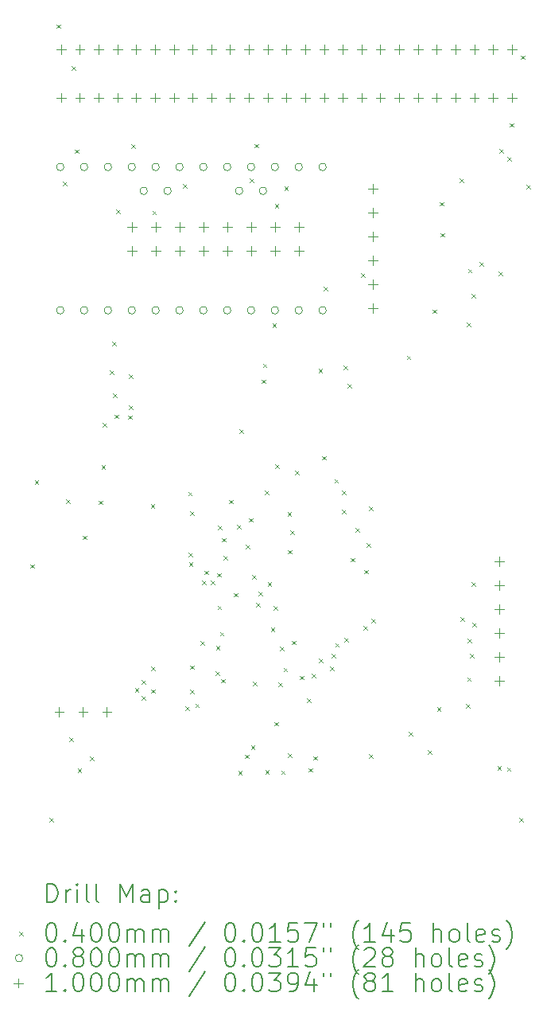
<source format=gbr>
%TF.GenerationSoftware,KiCad,Pcbnew,(6.0.11)*%
%TF.CreationDate,2024-07-24T19:14:16+02:00*%
%TF.ProjectId,tcbm2sd,7463626d-3273-4642-9e6b-696361645f70,1.1*%
%TF.SameCoordinates,Original*%
%TF.FileFunction,Drillmap*%
%TF.FilePolarity,Positive*%
%FSLAX45Y45*%
G04 Gerber Fmt 4.5, Leading zero omitted, Abs format (unit mm)*
G04 Created by KiCad (PCBNEW (6.0.11)) date 2024-07-24 19:14:16*
%MOMM*%
%LPD*%
G01*
G04 APERTURE LIST*
%ADD10C,0.200000*%
%ADD11C,0.040000*%
%ADD12C,0.080000*%
%ADD13C,0.100000*%
G04 APERTURE END LIST*
D10*
D11*
X12125590Y-11767510D02*
X12165590Y-11807510D01*
X12165590Y-11767510D02*
X12125590Y-11807510D01*
X12174030Y-10876830D02*
X12214030Y-10916830D01*
X12214030Y-10876830D02*
X12174030Y-10916830D01*
X12327850Y-14465360D02*
X12367850Y-14505360D01*
X12367850Y-14465360D02*
X12327850Y-14505360D01*
X12406730Y-6027590D02*
X12446730Y-6067590D01*
X12446730Y-6027590D02*
X12406730Y-6067590D01*
X12473930Y-7699640D02*
X12513930Y-7739640D01*
X12513930Y-7699640D02*
X12473930Y-7739640D01*
X12508640Y-11079560D02*
X12548640Y-11119560D01*
X12548640Y-11079560D02*
X12508640Y-11119560D01*
X12541520Y-13611230D02*
X12581520Y-13651230D01*
X12581520Y-13611230D02*
X12541520Y-13651230D01*
X12567640Y-6473330D02*
X12607640Y-6513330D01*
X12607640Y-6473330D02*
X12567640Y-6513330D01*
X12602500Y-7356830D02*
X12642500Y-7396830D01*
X12642500Y-7356830D02*
X12602500Y-7396830D01*
X12630570Y-13942490D02*
X12670570Y-13982490D01*
X12670570Y-13942490D02*
X12630570Y-13982490D01*
X12683660Y-11462780D02*
X12723660Y-11502780D01*
X12723660Y-11462780D02*
X12683660Y-11502780D01*
X12762420Y-13810337D02*
X12802420Y-13850337D01*
X12802420Y-13810337D02*
X12762420Y-13850337D01*
X12856780Y-11090490D02*
X12896780Y-11130490D01*
X12896780Y-11090490D02*
X12856780Y-11130490D01*
X12885810Y-10715820D02*
X12925810Y-10755820D01*
X12925810Y-10715820D02*
X12885810Y-10755820D01*
X12895950Y-10266060D02*
X12935950Y-10306060D01*
X12935950Y-10266060D02*
X12895950Y-10306060D01*
X12973900Y-9704960D02*
X13013900Y-9744960D01*
X13013900Y-9704960D02*
X12973900Y-9744960D01*
X12998630Y-9405020D02*
X13038630Y-9445020D01*
X13038630Y-9405020D02*
X12998630Y-9445020D01*
X13007950Y-9955090D02*
X13047950Y-9995090D01*
X13047950Y-9955090D02*
X13007950Y-9995090D01*
X13026720Y-10176250D02*
X13066720Y-10216250D01*
X13066720Y-10176250D02*
X13026720Y-10216250D01*
X13042750Y-7994500D02*
X13082750Y-8034500D01*
X13082750Y-7994500D02*
X13042750Y-8034500D01*
X13168100Y-10186030D02*
X13208100Y-10226030D01*
X13208100Y-10186030D02*
X13168100Y-10226030D01*
X13176650Y-9749300D02*
X13216650Y-9789300D01*
X13216650Y-9749300D02*
X13176650Y-9789300D01*
X13176940Y-10077510D02*
X13216940Y-10117510D01*
X13216940Y-10077510D02*
X13176940Y-10117510D01*
X13204220Y-7299690D02*
X13244220Y-7339690D01*
X13244220Y-7299690D02*
X13204220Y-7339690D01*
X13241940Y-13085420D02*
X13281940Y-13125420D01*
X13281940Y-13085420D02*
X13241940Y-13125420D01*
X13310330Y-13171790D02*
X13350330Y-13211790D01*
X13350330Y-13171790D02*
X13310330Y-13211790D01*
X13312400Y-13002460D02*
X13352400Y-13042460D01*
X13352400Y-13002460D02*
X13312400Y-13042460D01*
X13410920Y-11129600D02*
X13450920Y-11169600D01*
X13450920Y-11129600D02*
X13410920Y-11169600D01*
X13413030Y-12853770D02*
X13453030Y-12893770D01*
X13453030Y-12853770D02*
X13413030Y-12893770D01*
X13414000Y-13097010D02*
X13454000Y-13137010D01*
X13454000Y-13097010D02*
X13414000Y-13137010D01*
X13427130Y-8008890D02*
X13467130Y-8048890D01*
X13467130Y-8008890D02*
X13427130Y-8048890D01*
X13756270Y-7723070D02*
X13796270Y-7763070D01*
X13796270Y-7723070D02*
X13756270Y-7763070D01*
X13775900Y-13277250D02*
X13815900Y-13317250D01*
X13815900Y-13277250D02*
X13775900Y-13317250D01*
X13807380Y-10997590D02*
X13847380Y-11037590D01*
X13847380Y-10997590D02*
X13807380Y-11037590D01*
X13814890Y-11645820D02*
X13854890Y-11685820D01*
X13854890Y-11645820D02*
X13814890Y-11685820D01*
X13817710Y-11748220D02*
X13857710Y-11788220D01*
X13857710Y-11748220D02*
X13817710Y-11788220D01*
X13826450Y-11205630D02*
X13866450Y-11245630D01*
X13866450Y-11205630D02*
X13826450Y-11245630D01*
X13832010Y-12844560D02*
X13872010Y-12884560D01*
X13872010Y-12844560D02*
X13832010Y-12884560D01*
X13832010Y-13100900D02*
X13872010Y-13140900D01*
X13872010Y-13100900D02*
X13832010Y-13140900D01*
X13884070Y-13251140D02*
X13924070Y-13291140D01*
X13924070Y-13251140D02*
X13884070Y-13291140D01*
X13941620Y-12584360D02*
X13981620Y-12624360D01*
X13981620Y-12584360D02*
X13941620Y-12624360D01*
X13956580Y-11942780D02*
X13996580Y-11982780D01*
X13996580Y-11942780D02*
X13956580Y-11982780D01*
X13979920Y-11835340D02*
X14019920Y-11875340D01*
X14019920Y-11835340D02*
X13979920Y-11875340D01*
X14052020Y-11944180D02*
X14092020Y-11984180D01*
X14092020Y-11944180D02*
X14052020Y-11984180D01*
X14100830Y-12910040D02*
X14140830Y-12950040D01*
X14140830Y-12910040D02*
X14100830Y-12950040D01*
X14105530Y-12634260D02*
X14145530Y-12674260D01*
X14145530Y-12634260D02*
X14105530Y-12674260D01*
X14115790Y-11861590D02*
X14155790Y-11901590D01*
X14155790Y-11861590D02*
X14115790Y-11901590D01*
X14121430Y-12208240D02*
X14161430Y-12248240D01*
X14161430Y-12208240D02*
X14121430Y-12248240D01*
X14126150Y-11356810D02*
X14166150Y-11396810D01*
X14166150Y-11356810D02*
X14126150Y-11396810D01*
X14145950Y-12488960D02*
X14185950Y-12528960D01*
X14185950Y-12488960D02*
X14145950Y-12528960D01*
X14157760Y-12988080D02*
X14197760Y-13028080D01*
X14197760Y-12988080D02*
X14157760Y-13028080D01*
X14167010Y-11488420D02*
X14207010Y-11528420D01*
X14207010Y-11488420D02*
X14167010Y-11528420D01*
X14185660Y-11677420D02*
X14225660Y-11717420D01*
X14225660Y-11677420D02*
X14185660Y-11717420D01*
X14243600Y-11081700D02*
X14283600Y-11121700D01*
X14283600Y-11081700D02*
X14243600Y-11121700D01*
X14295930Y-12072560D02*
X14335930Y-12112560D01*
X14335930Y-12072560D02*
X14295930Y-12112560D01*
X14328840Y-11351840D02*
X14368840Y-11391840D01*
X14368840Y-11351840D02*
X14328840Y-11391840D01*
X14342760Y-13966890D02*
X14382760Y-14006890D01*
X14382760Y-13966890D02*
X14342760Y-14006890D01*
X14351820Y-10331100D02*
X14391820Y-10371100D01*
X14391820Y-10331100D02*
X14351820Y-10371100D01*
X14413830Y-13791870D02*
X14453830Y-13831870D01*
X14453830Y-13791870D02*
X14413830Y-13831870D01*
X14424170Y-11561600D02*
X14464170Y-11601600D01*
X14464170Y-11561600D02*
X14424170Y-11601600D01*
X14453910Y-11276340D02*
X14493910Y-11316340D01*
X14493910Y-11276340D02*
X14453910Y-11316340D01*
X14467070Y-7665150D02*
X14507070Y-7705150D01*
X14507070Y-7665150D02*
X14467070Y-7705150D01*
X14477240Y-13692940D02*
X14517240Y-13732940D01*
X14517240Y-13692940D02*
X14477240Y-13732940D01*
X14491220Y-11880760D02*
X14531220Y-11920760D01*
X14531220Y-11880760D02*
X14491220Y-11920760D01*
X14498220Y-13016310D02*
X14538220Y-13056310D01*
X14538220Y-13016310D02*
X14498220Y-13056310D01*
X14516720Y-7298530D02*
X14556720Y-7338530D01*
X14556720Y-7298530D02*
X14516720Y-7338530D01*
X14534030Y-12177640D02*
X14574030Y-12217640D01*
X14574030Y-12177640D02*
X14534030Y-12217640D01*
X14559480Y-12059180D02*
X14599480Y-12099180D01*
X14599480Y-12059180D02*
X14559480Y-12099180D01*
X14590450Y-9805300D02*
X14630450Y-9845300D01*
X14630450Y-9805300D02*
X14590450Y-9845300D01*
X14603750Y-9634700D02*
X14643750Y-9674700D01*
X14643750Y-9634700D02*
X14603750Y-9674700D01*
X14624360Y-10984120D02*
X14664360Y-11024120D01*
X14664360Y-10984120D02*
X14624360Y-11024120D01*
X14630200Y-13959310D02*
X14670200Y-13999310D01*
X14670200Y-13959310D02*
X14630200Y-13999310D01*
X14654280Y-11959620D02*
X14694280Y-11999620D01*
X14694280Y-11959620D02*
X14654280Y-11999620D01*
X14688750Y-12442080D02*
X14728750Y-12482080D01*
X14728750Y-12442080D02*
X14688750Y-12482080D01*
X14704630Y-9209570D02*
X14744630Y-9249570D01*
X14744630Y-9209570D02*
X14704630Y-9249570D01*
X14718050Y-12212400D02*
X14758050Y-12252400D01*
X14758050Y-12212400D02*
X14718050Y-12252400D01*
X14729970Y-13445830D02*
X14769970Y-13485830D01*
X14769970Y-13445830D02*
X14729970Y-13485830D01*
X14730250Y-7938000D02*
X14770250Y-7978000D01*
X14770250Y-7938000D02*
X14730250Y-7978000D01*
X14732920Y-10707070D02*
X14772920Y-10747070D01*
X14772920Y-10707070D02*
X14732920Y-10747070D01*
X14766980Y-13025070D02*
X14806980Y-13065070D01*
X14806980Y-13025070D02*
X14766980Y-13065070D01*
X14784650Y-12646340D02*
X14824650Y-12686340D01*
X14824650Y-12646340D02*
X14784650Y-12686340D01*
X14798990Y-13962580D02*
X14838990Y-14002580D01*
X14838990Y-13962580D02*
X14798990Y-14002580D01*
X14823210Y-12869590D02*
X14863210Y-12909590D01*
X14863210Y-12869590D02*
X14823210Y-12909590D01*
X14832170Y-7751280D02*
X14872170Y-7791280D01*
X14872170Y-7751280D02*
X14832170Y-7791280D01*
X14866400Y-11214740D02*
X14906400Y-11254740D01*
X14906400Y-11214740D02*
X14866400Y-11254740D01*
X14869230Y-13781120D02*
X14909230Y-13821120D01*
X14909230Y-13781120D02*
X14869230Y-13821120D01*
X14872210Y-11615850D02*
X14912210Y-11655850D01*
X14912210Y-11615850D02*
X14872210Y-11655850D01*
X14898720Y-11407110D02*
X14938720Y-11447110D01*
X14938720Y-11407110D02*
X14898720Y-11447110D01*
X14912490Y-12582030D02*
X14952490Y-12622030D01*
X14952490Y-12582030D02*
X14912490Y-12622030D01*
X14945570Y-10773330D02*
X14985570Y-10813330D01*
X14985570Y-10773330D02*
X14945570Y-10813330D01*
X14998290Y-12954460D02*
X15038290Y-12994460D01*
X15038290Y-12954460D02*
X14998290Y-12994460D01*
X15075990Y-13194930D02*
X15115990Y-13234930D01*
X15115990Y-13194930D02*
X15075990Y-13234930D01*
X15094020Y-13936110D02*
X15134020Y-13976110D01*
X15134020Y-13936110D02*
X15094020Y-13976110D01*
X15123960Y-12934890D02*
X15163960Y-12974890D01*
X15163960Y-12934890D02*
X15123960Y-12974890D01*
X15138790Y-13808200D02*
X15178790Y-13848200D01*
X15178790Y-13808200D02*
X15138790Y-13848200D01*
X15197630Y-9687240D02*
X15237630Y-9727240D01*
X15237630Y-9687240D02*
X15197630Y-9727240D01*
X15199410Y-12770030D02*
X15239410Y-12810030D01*
X15239410Y-12770030D02*
X15199410Y-12810030D01*
X15234840Y-10618030D02*
X15274840Y-10658030D01*
X15274840Y-10618030D02*
X15234840Y-10658030D01*
X15254170Y-8815180D02*
X15294170Y-8855180D01*
X15294170Y-8815180D02*
X15254170Y-8855180D01*
X15318290Y-12855890D02*
X15358290Y-12895890D01*
X15358290Y-12855890D02*
X15318290Y-12895890D01*
X15335280Y-12723350D02*
X15375280Y-12763350D01*
X15375280Y-12723350D02*
X15335280Y-12763350D01*
X15366300Y-10863350D02*
X15406300Y-10903350D01*
X15406300Y-10863350D02*
X15366300Y-10903350D01*
X15374280Y-12606940D02*
X15414280Y-12646940D01*
X15414280Y-12606940D02*
X15374280Y-12646940D01*
X15444650Y-10984590D02*
X15484650Y-11024590D01*
X15484650Y-10984590D02*
X15444650Y-11024590D01*
X15447160Y-11191140D02*
X15487160Y-11231140D01*
X15487160Y-11191140D02*
X15447160Y-11231140D01*
X15465800Y-9658290D02*
X15505800Y-9698290D01*
X15505800Y-9658290D02*
X15465800Y-9698290D01*
X15469970Y-12551420D02*
X15509970Y-12591420D01*
X15509970Y-12551420D02*
X15469970Y-12591420D01*
X15508150Y-9852350D02*
X15548150Y-9892350D01*
X15548150Y-9852350D02*
X15508150Y-9892350D01*
X15537230Y-11701550D02*
X15577230Y-11741550D01*
X15577230Y-11701550D02*
X15537230Y-11741550D01*
X15590300Y-11383820D02*
X15630300Y-11423820D01*
X15630300Y-11383820D02*
X15590300Y-11423820D01*
X15647520Y-8673100D02*
X15687520Y-8713100D01*
X15687520Y-8673100D02*
X15647520Y-8713100D01*
X15676970Y-12427450D02*
X15716970Y-12467450D01*
X15716970Y-12427450D02*
X15676970Y-12467450D01*
X15682310Y-11828500D02*
X15722310Y-11868500D01*
X15722310Y-11828500D02*
X15682310Y-11868500D01*
X15706960Y-11543350D02*
X15746960Y-11583350D01*
X15746960Y-11543350D02*
X15706960Y-11583350D01*
X15733290Y-13789280D02*
X15773290Y-13829280D01*
X15773290Y-13789280D02*
X15733290Y-13829280D01*
X15737450Y-11157680D02*
X15777450Y-11197680D01*
X15777450Y-11157680D02*
X15737450Y-11197680D01*
X15761000Y-12347750D02*
X15801000Y-12387750D01*
X15801000Y-12347750D02*
X15761000Y-12387750D01*
X16137570Y-9550720D02*
X16177570Y-9590720D01*
X16177570Y-9550720D02*
X16137570Y-9590720D01*
X16158470Y-13552990D02*
X16198470Y-13592990D01*
X16198470Y-13552990D02*
X16158470Y-13592990D01*
X16362050Y-13743460D02*
X16402050Y-13783460D01*
X16402050Y-13743460D02*
X16362050Y-13783460D01*
X16411030Y-9060160D02*
X16451030Y-9100160D01*
X16451030Y-9060160D02*
X16411030Y-9100160D01*
X16457330Y-13287870D02*
X16497330Y-13327870D01*
X16497330Y-13287870D02*
X16457330Y-13327870D01*
X16487620Y-7916910D02*
X16527620Y-7956910D01*
X16527620Y-7916910D02*
X16487620Y-7956910D01*
X16496570Y-8246820D02*
X16536570Y-8286820D01*
X16536570Y-8246820D02*
X16496570Y-8286820D01*
X16699950Y-7665720D02*
X16739950Y-7705720D01*
X16739950Y-7665720D02*
X16699950Y-7705720D01*
X16709290Y-12329090D02*
X16749290Y-12369090D01*
X16749290Y-12329090D02*
X16709290Y-12369090D01*
X16766710Y-13256010D02*
X16806710Y-13296010D01*
X16806710Y-13256010D02*
X16766710Y-13296010D01*
X16776330Y-9198720D02*
X16816330Y-9238720D01*
X16816330Y-9198720D02*
X16776330Y-9238720D01*
X16780050Y-12971240D02*
X16820050Y-13011240D01*
X16820050Y-12971240D02*
X16780050Y-13011240D01*
X16787190Y-12560550D02*
X16827190Y-12600550D01*
X16827190Y-12560550D02*
X16787190Y-12600550D01*
X16787870Y-8626670D02*
X16827870Y-8666670D01*
X16827870Y-8626670D02*
X16787870Y-8666670D01*
X16810670Y-12719660D02*
X16850670Y-12759660D01*
X16850670Y-12719660D02*
X16810670Y-12759660D01*
X16825820Y-11956190D02*
X16865820Y-11996190D01*
X16865820Y-11956190D02*
X16825820Y-11996190D01*
X16828300Y-8896290D02*
X16868300Y-8936290D01*
X16868300Y-8896290D02*
X16828300Y-8936290D01*
X16832260Y-12392620D02*
X16872260Y-12432620D01*
X16872260Y-12392620D02*
X16832260Y-12432620D01*
X16911730Y-8558370D02*
X16951730Y-8598370D01*
X16951730Y-8558370D02*
X16911730Y-8598370D01*
X17101050Y-13912720D02*
X17141050Y-13952720D01*
X17141050Y-13912720D02*
X17101050Y-13952720D01*
X17114490Y-8655030D02*
X17154490Y-8695030D01*
X17154490Y-8655030D02*
X17114490Y-8695030D01*
X17125440Y-7351740D02*
X17165440Y-7391740D01*
X17165440Y-7351740D02*
X17125440Y-7391740D01*
X17203110Y-13927250D02*
X17243110Y-13967250D01*
X17243110Y-13927250D02*
X17203110Y-13967250D01*
X17206670Y-7440250D02*
X17246670Y-7480250D01*
X17246670Y-7440250D02*
X17206670Y-7480250D01*
X17232310Y-7077750D02*
X17272310Y-7117750D01*
X17272310Y-7077750D02*
X17232310Y-7117750D01*
X17332370Y-14465360D02*
X17372370Y-14505360D01*
X17372370Y-14465360D02*
X17332370Y-14505360D01*
X17350850Y-6357920D02*
X17390850Y-6397920D01*
X17390850Y-6357920D02*
X17350850Y-6397920D01*
X17411860Y-7733830D02*
X17451860Y-7773830D01*
X17451860Y-7733830D02*
X17411860Y-7773830D01*
D12*
X12486000Y-7543800D02*
G75*
G03*
X12486000Y-7543800I-40000J0D01*
G01*
X12486000Y-9067800D02*
G75*
G03*
X12486000Y-9067800I-40000J0D01*
G01*
X12740000Y-7543800D02*
G75*
G03*
X12740000Y-7543800I-40000J0D01*
G01*
X12740000Y-9067800D02*
G75*
G03*
X12740000Y-9067800I-40000J0D01*
G01*
X12994000Y-7543800D02*
G75*
G03*
X12994000Y-7543800I-40000J0D01*
G01*
X12994000Y-9067800D02*
G75*
G03*
X12994000Y-9067800I-40000J0D01*
G01*
X13248000Y-7543800D02*
G75*
G03*
X13248000Y-7543800I-40000J0D01*
G01*
X13248000Y-9067800D02*
G75*
G03*
X13248000Y-9067800I-40000J0D01*
G01*
X13375000Y-7797800D02*
G75*
G03*
X13375000Y-7797800I-40000J0D01*
G01*
X13502000Y-7543800D02*
G75*
G03*
X13502000Y-7543800I-40000J0D01*
G01*
X13502000Y-9067800D02*
G75*
G03*
X13502000Y-9067800I-40000J0D01*
G01*
X13629000Y-7797800D02*
G75*
G03*
X13629000Y-7797800I-40000J0D01*
G01*
X13756000Y-7543800D02*
G75*
G03*
X13756000Y-7543800I-40000J0D01*
G01*
X13756000Y-9067800D02*
G75*
G03*
X13756000Y-9067800I-40000J0D01*
G01*
X14010000Y-7543800D02*
G75*
G03*
X14010000Y-7543800I-40000J0D01*
G01*
X14010000Y-9067800D02*
G75*
G03*
X14010000Y-9067800I-40000J0D01*
G01*
X14264000Y-7543800D02*
G75*
G03*
X14264000Y-7543800I-40000J0D01*
G01*
X14264000Y-9067800D02*
G75*
G03*
X14264000Y-9067800I-40000J0D01*
G01*
X14391000Y-7797800D02*
G75*
G03*
X14391000Y-7797800I-40000J0D01*
G01*
X14518000Y-7543800D02*
G75*
G03*
X14518000Y-7543800I-40000J0D01*
G01*
X14518000Y-9067800D02*
G75*
G03*
X14518000Y-9067800I-40000J0D01*
G01*
X14645000Y-7797800D02*
G75*
G03*
X14645000Y-7797800I-40000J0D01*
G01*
X14772000Y-7543800D02*
G75*
G03*
X14772000Y-7543800I-40000J0D01*
G01*
X14772000Y-9067800D02*
G75*
G03*
X14772000Y-9067800I-40000J0D01*
G01*
X15026000Y-7543800D02*
G75*
G03*
X15026000Y-7543800I-40000J0D01*
G01*
X15026000Y-9067800D02*
G75*
G03*
X15026000Y-9067800I-40000J0D01*
G01*
X15280000Y-7543800D02*
G75*
G03*
X15280000Y-7543800I-40000J0D01*
G01*
X15280000Y-9067800D02*
G75*
G03*
X15280000Y-9067800I-40000J0D01*
G01*
D13*
X12434800Y-13285130D02*
X12434800Y-13385130D01*
X12384800Y-13335130D02*
X12484800Y-13335130D01*
X12455600Y-6246600D02*
X12455600Y-6346600D01*
X12405600Y-6296600D02*
X12505600Y-6296600D01*
X12455600Y-6756600D02*
X12455600Y-6856600D01*
X12405600Y-6806600D02*
X12505600Y-6806600D01*
X12655600Y-6246600D02*
X12655600Y-6346600D01*
X12605600Y-6296600D02*
X12705600Y-6296600D01*
X12655600Y-6756600D02*
X12655600Y-6856600D01*
X12605600Y-6806600D02*
X12705600Y-6806600D01*
X12688800Y-13285130D02*
X12688800Y-13385130D01*
X12638800Y-13335130D02*
X12738800Y-13335130D01*
X12855600Y-6246600D02*
X12855600Y-6346600D01*
X12805600Y-6296600D02*
X12905600Y-6296600D01*
X12855600Y-6756600D02*
X12855600Y-6856600D01*
X12805600Y-6806600D02*
X12905600Y-6806600D01*
X12942800Y-13285130D02*
X12942800Y-13385130D01*
X12892800Y-13335130D02*
X12992800Y-13335130D01*
X13055600Y-6246600D02*
X13055600Y-6346600D01*
X13005600Y-6296600D02*
X13105600Y-6296600D01*
X13055600Y-6756600D02*
X13055600Y-6856600D01*
X13005600Y-6806600D02*
X13105600Y-6806600D01*
X13209500Y-8129300D02*
X13209500Y-8229300D01*
X13159500Y-8179300D02*
X13259500Y-8179300D01*
X13209500Y-8383300D02*
X13209500Y-8483300D01*
X13159500Y-8433300D02*
X13259500Y-8433300D01*
X13255600Y-6246600D02*
X13255600Y-6346600D01*
X13205600Y-6296600D02*
X13305600Y-6296600D01*
X13255600Y-6756600D02*
X13255600Y-6856600D01*
X13205600Y-6806600D02*
X13305600Y-6806600D01*
X13455600Y-6246600D02*
X13455600Y-6346600D01*
X13405600Y-6296600D02*
X13505600Y-6296600D01*
X13455600Y-6756600D02*
X13455600Y-6856600D01*
X13405600Y-6806600D02*
X13505600Y-6806600D01*
X13463500Y-8129300D02*
X13463500Y-8229300D01*
X13413500Y-8179300D02*
X13513500Y-8179300D01*
X13463500Y-8383300D02*
X13463500Y-8483300D01*
X13413500Y-8433300D02*
X13513500Y-8433300D01*
X13655600Y-6246600D02*
X13655600Y-6346600D01*
X13605600Y-6296600D02*
X13705600Y-6296600D01*
X13655600Y-6756600D02*
X13655600Y-6856600D01*
X13605600Y-6806600D02*
X13705600Y-6806600D01*
X13717500Y-8129300D02*
X13717500Y-8229300D01*
X13667500Y-8179300D02*
X13767500Y-8179300D01*
X13717500Y-8383300D02*
X13717500Y-8483300D01*
X13667500Y-8433300D02*
X13767500Y-8433300D01*
X13855600Y-6246600D02*
X13855600Y-6346600D01*
X13805600Y-6296600D02*
X13905600Y-6296600D01*
X13855600Y-6756600D02*
X13855600Y-6856600D01*
X13805600Y-6806600D02*
X13905600Y-6806600D01*
X13971500Y-8129300D02*
X13971500Y-8229300D01*
X13921500Y-8179300D02*
X14021500Y-8179300D01*
X13971500Y-8383300D02*
X13971500Y-8483300D01*
X13921500Y-8433300D02*
X14021500Y-8433300D01*
X14055600Y-6246600D02*
X14055600Y-6346600D01*
X14005600Y-6296600D02*
X14105600Y-6296600D01*
X14055600Y-6756600D02*
X14055600Y-6856600D01*
X14005600Y-6806600D02*
X14105600Y-6806600D01*
X14225500Y-8129300D02*
X14225500Y-8229300D01*
X14175500Y-8179300D02*
X14275500Y-8179300D01*
X14225500Y-8383300D02*
X14225500Y-8483300D01*
X14175500Y-8433300D02*
X14275500Y-8433300D01*
X14255600Y-6246600D02*
X14255600Y-6346600D01*
X14205600Y-6296600D02*
X14305600Y-6296600D01*
X14255600Y-6756600D02*
X14255600Y-6856600D01*
X14205600Y-6806600D02*
X14305600Y-6806600D01*
X14455600Y-6246600D02*
X14455600Y-6346600D01*
X14405600Y-6296600D02*
X14505600Y-6296600D01*
X14455600Y-6756600D02*
X14455600Y-6856600D01*
X14405600Y-6806600D02*
X14505600Y-6806600D01*
X14479500Y-8129300D02*
X14479500Y-8229300D01*
X14429500Y-8179300D02*
X14529500Y-8179300D01*
X14479500Y-8383300D02*
X14479500Y-8483300D01*
X14429500Y-8433300D02*
X14529500Y-8433300D01*
X14655600Y-6246600D02*
X14655600Y-6346600D01*
X14605600Y-6296600D02*
X14705600Y-6296600D01*
X14655600Y-6756600D02*
X14655600Y-6856600D01*
X14605600Y-6806600D02*
X14705600Y-6806600D01*
X14733500Y-8129300D02*
X14733500Y-8229300D01*
X14683500Y-8179300D02*
X14783500Y-8179300D01*
X14733500Y-8383300D02*
X14733500Y-8483300D01*
X14683500Y-8433300D02*
X14783500Y-8433300D01*
X14855600Y-6246600D02*
X14855600Y-6346600D01*
X14805600Y-6296600D02*
X14905600Y-6296600D01*
X14855600Y-6756600D02*
X14855600Y-6856600D01*
X14805600Y-6806600D02*
X14905600Y-6806600D01*
X14987500Y-8129300D02*
X14987500Y-8229300D01*
X14937500Y-8179300D02*
X15037500Y-8179300D01*
X14987500Y-8383300D02*
X14987500Y-8483300D01*
X14937500Y-8433300D02*
X15037500Y-8433300D01*
X15055600Y-6246600D02*
X15055600Y-6346600D01*
X15005600Y-6296600D02*
X15105600Y-6296600D01*
X15055600Y-6756600D02*
X15055600Y-6856600D01*
X15005600Y-6806600D02*
X15105600Y-6806600D01*
X15255600Y-6246600D02*
X15255600Y-6346600D01*
X15205600Y-6296600D02*
X15305600Y-6296600D01*
X15255600Y-6756600D02*
X15255600Y-6856600D01*
X15205600Y-6806600D02*
X15305600Y-6806600D01*
X15455600Y-6246600D02*
X15455600Y-6346600D01*
X15405600Y-6296600D02*
X15505600Y-6296600D01*
X15455600Y-6756600D02*
X15455600Y-6856600D01*
X15405600Y-6806600D02*
X15505600Y-6806600D01*
X15655600Y-6246600D02*
X15655600Y-6346600D01*
X15605600Y-6296600D02*
X15705600Y-6296600D01*
X15655600Y-6756600D02*
X15655600Y-6856600D01*
X15605600Y-6806600D02*
X15705600Y-6806600D01*
X15773400Y-7722400D02*
X15773400Y-7822400D01*
X15723400Y-7772400D02*
X15823400Y-7772400D01*
X15773400Y-7976400D02*
X15773400Y-8076400D01*
X15723400Y-8026400D02*
X15823400Y-8026400D01*
X15773400Y-8230400D02*
X15773400Y-8330400D01*
X15723400Y-8280400D02*
X15823400Y-8280400D01*
X15773400Y-8484400D02*
X15773400Y-8584400D01*
X15723400Y-8534400D02*
X15823400Y-8534400D01*
X15773400Y-8738400D02*
X15773400Y-8838400D01*
X15723400Y-8788400D02*
X15823400Y-8788400D01*
X15773400Y-8992400D02*
X15773400Y-9092400D01*
X15723400Y-9042400D02*
X15823400Y-9042400D01*
X15855600Y-6246600D02*
X15855600Y-6346600D01*
X15805600Y-6296600D02*
X15905600Y-6296600D01*
X15855600Y-6756600D02*
X15855600Y-6856600D01*
X15805600Y-6806600D02*
X15905600Y-6806600D01*
X16055600Y-6246600D02*
X16055600Y-6346600D01*
X16005600Y-6296600D02*
X16105600Y-6296600D01*
X16055600Y-6756600D02*
X16055600Y-6856600D01*
X16005600Y-6806600D02*
X16105600Y-6806600D01*
X16255600Y-6246600D02*
X16255600Y-6346600D01*
X16205600Y-6296600D02*
X16305600Y-6296600D01*
X16255600Y-6756600D02*
X16255600Y-6856600D01*
X16205600Y-6806600D02*
X16305600Y-6806600D01*
X16455600Y-6246600D02*
X16455600Y-6346600D01*
X16405600Y-6296600D02*
X16505600Y-6296600D01*
X16455600Y-6756600D02*
X16455600Y-6856600D01*
X16405600Y-6806600D02*
X16505600Y-6806600D01*
X16655600Y-6246600D02*
X16655600Y-6346600D01*
X16605600Y-6296600D02*
X16705600Y-6296600D01*
X16655600Y-6756600D02*
X16655600Y-6856600D01*
X16605600Y-6806600D02*
X16705600Y-6806600D01*
X16855600Y-6246600D02*
X16855600Y-6346600D01*
X16805600Y-6296600D02*
X16905600Y-6296600D01*
X16855600Y-6756600D02*
X16855600Y-6856600D01*
X16805600Y-6806600D02*
X16905600Y-6806600D01*
X17055600Y-6246600D02*
X17055600Y-6346600D01*
X17005600Y-6296600D02*
X17105600Y-6296600D01*
X17055600Y-6756600D02*
X17055600Y-6856600D01*
X17005600Y-6806600D02*
X17105600Y-6806600D01*
X17119600Y-11684800D02*
X17119600Y-11784800D01*
X17069600Y-11734800D02*
X17169600Y-11734800D01*
X17119600Y-11938800D02*
X17119600Y-12038800D01*
X17069600Y-11988800D02*
X17169600Y-11988800D01*
X17119600Y-12192800D02*
X17119600Y-12292800D01*
X17069600Y-12242800D02*
X17169600Y-12242800D01*
X17119600Y-12446800D02*
X17119600Y-12546800D01*
X17069600Y-12496800D02*
X17169600Y-12496800D01*
X17119600Y-12700800D02*
X17119600Y-12800800D01*
X17069600Y-12750800D02*
X17169600Y-12750800D01*
X17119600Y-12954800D02*
X17119600Y-13054800D01*
X17069600Y-13004800D02*
X17169600Y-13004800D01*
X17255600Y-6246600D02*
X17255600Y-6346600D01*
X17205600Y-6296600D02*
X17305600Y-6296600D01*
X17255600Y-6756600D02*
X17255600Y-6856600D01*
X17205600Y-6806600D02*
X17305600Y-6806600D01*
D10*
X12305229Y-15363336D02*
X12305229Y-15163336D01*
X12352848Y-15163336D01*
X12381419Y-15172860D01*
X12400467Y-15191908D01*
X12409991Y-15210955D01*
X12419515Y-15249050D01*
X12419515Y-15277622D01*
X12409991Y-15315717D01*
X12400467Y-15334765D01*
X12381419Y-15353812D01*
X12352848Y-15363336D01*
X12305229Y-15363336D01*
X12505229Y-15363336D02*
X12505229Y-15230003D01*
X12505229Y-15268098D02*
X12514753Y-15249050D01*
X12524277Y-15239527D01*
X12543324Y-15230003D01*
X12562372Y-15230003D01*
X12629038Y-15363336D02*
X12629038Y-15230003D01*
X12629038Y-15163336D02*
X12619515Y-15172860D01*
X12629038Y-15182384D01*
X12638562Y-15172860D01*
X12629038Y-15163336D01*
X12629038Y-15182384D01*
X12752848Y-15363336D02*
X12733800Y-15353812D01*
X12724277Y-15334765D01*
X12724277Y-15163336D01*
X12857610Y-15363336D02*
X12838562Y-15353812D01*
X12829038Y-15334765D01*
X12829038Y-15163336D01*
X13086181Y-15363336D02*
X13086181Y-15163336D01*
X13152848Y-15306193D01*
X13219515Y-15163336D01*
X13219515Y-15363336D01*
X13400467Y-15363336D02*
X13400467Y-15258574D01*
X13390943Y-15239527D01*
X13371896Y-15230003D01*
X13333800Y-15230003D01*
X13314753Y-15239527D01*
X13400467Y-15353812D02*
X13381419Y-15363336D01*
X13333800Y-15363336D01*
X13314753Y-15353812D01*
X13305229Y-15334765D01*
X13305229Y-15315717D01*
X13314753Y-15296669D01*
X13333800Y-15287146D01*
X13381419Y-15287146D01*
X13400467Y-15277622D01*
X13495705Y-15230003D02*
X13495705Y-15430003D01*
X13495705Y-15239527D02*
X13514753Y-15230003D01*
X13552848Y-15230003D01*
X13571896Y-15239527D01*
X13581419Y-15249050D01*
X13590943Y-15268098D01*
X13590943Y-15325241D01*
X13581419Y-15344288D01*
X13571896Y-15353812D01*
X13552848Y-15363336D01*
X13514753Y-15363336D01*
X13495705Y-15353812D01*
X13676658Y-15344288D02*
X13686181Y-15353812D01*
X13676658Y-15363336D01*
X13667134Y-15353812D01*
X13676658Y-15344288D01*
X13676658Y-15363336D01*
X13676658Y-15239527D02*
X13686181Y-15249050D01*
X13676658Y-15258574D01*
X13667134Y-15249050D01*
X13676658Y-15239527D01*
X13676658Y-15258574D01*
D11*
X12007610Y-15672860D02*
X12047610Y-15712860D01*
X12047610Y-15672860D02*
X12007610Y-15712860D01*
D10*
X12343324Y-15583336D02*
X12362372Y-15583336D01*
X12381419Y-15592860D01*
X12390943Y-15602384D01*
X12400467Y-15621431D01*
X12409991Y-15659527D01*
X12409991Y-15707146D01*
X12400467Y-15745241D01*
X12390943Y-15764288D01*
X12381419Y-15773812D01*
X12362372Y-15783336D01*
X12343324Y-15783336D01*
X12324277Y-15773812D01*
X12314753Y-15764288D01*
X12305229Y-15745241D01*
X12295705Y-15707146D01*
X12295705Y-15659527D01*
X12305229Y-15621431D01*
X12314753Y-15602384D01*
X12324277Y-15592860D01*
X12343324Y-15583336D01*
X12495705Y-15764288D02*
X12505229Y-15773812D01*
X12495705Y-15783336D01*
X12486181Y-15773812D01*
X12495705Y-15764288D01*
X12495705Y-15783336D01*
X12676658Y-15650003D02*
X12676658Y-15783336D01*
X12629038Y-15573812D02*
X12581419Y-15716669D01*
X12705229Y-15716669D01*
X12819515Y-15583336D02*
X12838562Y-15583336D01*
X12857610Y-15592860D01*
X12867134Y-15602384D01*
X12876658Y-15621431D01*
X12886181Y-15659527D01*
X12886181Y-15707146D01*
X12876658Y-15745241D01*
X12867134Y-15764288D01*
X12857610Y-15773812D01*
X12838562Y-15783336D01*
X12819515Y-15783336D01*
X12800467Y-15773812D01*
X12790943Y-15764288D01*
X12781419Y-15745241D01*
X12771896Y-15707146D01*
X12771896Y-15659527D01*
X12781419Y-15621431D01*
X12790943Y-15602384D01*
X12800467Y-15592860D01*
X12819515Y-15583336D01*
X13009991Y-15583336D02*
X13029038Y-15583336D01*
X13048086Y-15592860D01*
X13057610Y-15602384D01*
X13067134Y-15621431D01*
X13076658Y-15659527D01*
X13076658Y-15707146D01*
X13067134Y-15745241D01*
X13057610Y-15764288D01*
X13048086Y-15773812D01*
X13029038Y-15783336D01*
X13009991Y-15783336D01*
X12990943Y-15773812D01*
X12981419Y-15764288D01*
X12971896Y-15745241D01*
X12962372Y-15707146D01*
X12962372Y-15659527D01*
X12971896Y-15621431D01*
X12981419Y-15602384D01*
X12990943Y-15592860D01*
X13009991Y-15583336D01*
X13162372Y-15783336D02*
X13162372Y-15650003D01*
X13162372Y-15669050D02*
X13171896Y-15659527D01*
X13190943Y-15650003D01*
X13219515Y-15650003D01*
X13238562Y-15659527D01*
X13248086Y-15678574D01*
X13248086Y-15783336D01*
X13248086Y-15678574D02*
X13257610Y-15659527D01*
X13276658Y-15650003D01*
X13305229Y-15650003D01*
X13324277Y-15659527D01*
X13333800Y-15678574D01*
X13333800Y-15783336D01*
X13429038Y-15783336D02*
X13429038Y-15650003D01*
X13429038Y-15669050D02*
X13438562Y-15659527D01*
X13457610Y-15650003D01*
X13486181Y-15650003D01*
X13505229Y-15659527D01*
X13514753Y-15678574D01*
X13514753Y-15783336D01*
X13514753Y-15678574D02*
X13524277Y-15659527D01*
X13543324Y-15650003D01*
X13571896Y-15650003D01*
X13590943Y-15659527D01*
X13600467Y-15678574D01*
X13600467Y-15783336D01*
X13990943Y-15573812D02*
X13819515Y-15830955D01*
X14248086Y-15583336D02*
X14267134Y-15583336D01*
X14286181Y-15592860D01*
X14295705Y-15602384D01*
X14305229Y-15621431D01*
X14314753Y-15659527D01*
X14314753Y-15707146D01*
X14305229Y-15745241D01*
X14295705Y-15764288D01*
X14286181Y-15773812D01*
X14267134Y-15783336D01*
X14248086Y-15783336D01*
X14229038Y-15773812D01*
X14219515Y-15764288D01*
X14209991Y-15745241D01*
X14200467Y-15707146D01*
X14200467Y-15659527D01*
X14209991Y-15621431D01*
X14219515Y-15602384D01*
X14229038Y-15592860D01*
X14248086Y-15583336D01*
X14400467Y-15764288D02*
X14409991Y-15773812D01*
X14400467Y-15783336D01*
X14390943Y-15773812D01*
X14400467Y-15764288D01*
X14400467Y-15783336D01*
X14533800Y-15583336D02*
X14552848Y-15583336D01*
X14571896Y-15592860D01*
X14581419Y-15602384D01*
X14590943Y-15621431D01*
X14600467Y-15659527D01*
X14600467Y-15707146D01*
X14590943Y-15745241D01*
X14581419Y-15764288D01*
X14571896Y-15773812D01*
X14552848Y-15783336D01*
X14533800Y-15783336D01*
X14514753Y-15773812D01*
X14505229Y-15764288D01*
X14495705Y-15745241D01*
X14486181Y-15707146D01*
X14486181Y-15659527D01*
X14495705Y-15621431D01*
X14505229Y-15602384D01*
X14514753Y-15592860D01*
X14533800Y-15583336D01*
X14790943Y-15783336D02*
X14676658Y-15783336D01*
X14733800Y-15783336D02*
X14733800Y-15583336D01*
X14714753Y-15611908D01*
X14695705Y-15630955D01*
X14676658Y-15640479D01*
X14971896Y-15583336D02*
X14876658Y-15583336D01*
X14867134Y-15678574D01*
X14876658Y-15669050D01*
X14895705Y-15659527D01*
X14943324Y-15659527D01*
X14962372Y-15669050D01*
X14971896Y-15678574D01*
X14981419Y-15697622D01*
X14981419Y-15745241D01*
X14971896Y-15764288D01*
X14962372Y-15773812D01*
X14943324Y-15783336D01*
X14895705Y-15783336D01*
X14876658Y-15773812D01*
X14867134Y-15764288D01*
X15048086Y-15583336D02*
X15181419Y-15583336D01*
X15095705Y-15783336D01*
X15248086Y-15583336D02*
X15248086Y-15621431D01*
X15324277Y-15583336D02*
X15324277Y-15621431D01*
X15619515Y-15859527D02*
X15609991Y-15850003D01*
X15590943Y-15821431D01*
X15581419Y-15802384D01*
X15571896Y-15773812D01*
X15562372Y-15726193D01*
X15562372Y-15688098D01*
X15571896Y-15640479D01*
X15581419Y-15611908D01*
X15590943Y-15592860D01*
X15609991Y-15564288D01*
X15619515Y-15554765D01*
X15800467Y-15783336D02*
X15686181Y-15783336D01*
X15743324Y-15783336D02*
X15743324Y-15583336D01*
X15724277Y-15611908D01*
X15705229Y-15630955D01*
X15686181Y-15640479D01*
X15971896Y-15650003D02*
X15971896Y-15783336D01*
X15924277Y-15573812D02*
X15876658Y-15716669D01*
X16000467Y-15716669D01*
X16171896Y-15583336D02*
X16076658Y-15583336D01*
X16067134Y-15678574D01*
X16076658Y-15669050D01*
X16095705Y-15659527D01*
X16143324Y-15659527D01*
X16162372Y-15669050D01*
X16171896Y-15678574D01*
X16181419Y-15697622D01*
X16181419Y-15745241D01*
X16171896Y-15764288D01*
X16162372Y-15773812D01*
X16143324Y-15783336D01*
X16095705Y-15783336D01*
X16076658Y-15773812D01*
X16067134Y-15764288D01*
X16419515Y-15783336D02*
X16419515Y-15583336D01*
X16505229Y-15783336D02*
X16505229Y-15678574D01*
X16495705Y-15659527D01*
X16476658Y-15650003D01*
X16448086Y-15650003D01*
X16429038Y-15659527D01*
X16419515Y-15669050D01*
X16629038Y-15783336D02*
X16609991Y-15773812D01*
X16600467Y-15764288D01*
X16590943Y-15745241D01*
X16590943Y-15688098D01*
X16600467Y-15669050D01*
X16609991Y-15659527D01*
X16629038Y-15650003D01*
X16657610Y-15650003D01*
X16676658Y-15659527D01*
X16686181Y-15669050D01*
X16695705Y-15688098D01*
X16695705Y-15745241D01*
X16686181Y-15764288D01*
X16676658Y-15773812D01*
X16657610Y-15783336D01*
X16629038Y-15783336D01*
X16809991Y-15783336D02*
X16790943Y-15773812D01*
X16781420Y-15754765D01*
X16781420Y-15583336D01*
X16962372Y-15773812D02*
X16943324Y-15783336D01*
X16905229Y-15783336D01*
X16886181Y-15773812D01*
X16876658Y-15754765D01*
X16876658Y-15678574D01*
X16886181Y-15659527D01*
X16905229Y-15650003D01*
X16943324Y-15650003D01*
X16962372Y-15659527D01*
X16971896Y-15678574D01*
X16971896Y-15697622D01*
X16876658Y-15716669D01*
X17048086Y-15773812D02*
X17067134Y-15783336D01*
X17105229Y-15783336D01*
X17124277Y-15773812D01*
X17133800Y-15754765D01*
X17133800Y-15745241D01*
X17124277Y-15726193D01*
X17105229Y-15716669D01*
X17076658Y-15716669D01*
X17057610Y-15707146D01*
X17048086Y-15688098D01*
X17048086Y-15678574D01*
X17057610Y-15659527D01*
X17076658Y-15650003D01*
X17105229Y-15650003D01*
X17124277Y-15659527D01*
X17200467Y-15859527D02*
X17209991Y-15850003D01*
X17229039Y-15821431D01*
X17238562Y-15802384D01*
X17248086Y-15773812D01*
X17257610Y-15726193D01*
X17257610Y-15688098D01*
X17248086Y-15640479D01*
X17238562Y-15611908D01*
X17229039Y-15592860D01*
X17209991Y-15564288D01*
X17200467Y-15554765D01*
D12*
X12047610Y-15956860D02*
G75*
G03*
X12047610Y-15956860I-40000J0D01*
G01*
D10*
X12343324Y-15847336D02*
X12362372Y-15847336D01*
X12381419Y-15856860D01*
X12390943Y-15866384D01*
X12400467Y-15885431D01*
X12409991Y-15923527D01*
X12409991Y-15971146D01*
X12400467Y-16009241D01*
X12390943Y-16028288D01*
X12381419Y-16037812D01*
X12362372Y-16047336D01*
X12343324Y-16047336D01*
X12324277Y-16037812D01*
X12314753Y-16028288D01*
X12305229Y-16009241D01*
X12295705Y-15971146D01*
X12295705Y-15923527D01*
X12305229Y-15885431D01*
X12314753Y-15866384D01*
X12324277Y-15856860D01*
X12343324Y-15847336D01*
X12495705Y-16028288D02*
X12505229Y-16037812D01*
X12495705Y-16047336D01*
X12486181Y-16037812D01*
X12495705Y-16028288D01*
X12495705Y-16047336D01*
X12619515Y-15933050D02*
X12600467Y-15923527D01*
X12590943Y-15914003D01*
X12581419Y-15894955D01*
X12581419Y-15885431D01*
X12590943Y-15866384D01*
X12600467Y-15856860D01*
X12619515Y-15847336D01*
X12657610Y-15847336D01*
X12676658Y-15856860D01*
X12686181Y-15866384D01*
X12695705Y-15885431D01*
X12695705Y-15894955D01*
X12686181Y-15914003D01*
X12676658Y-15923527D01*
X12657610Y-15933050D01*
X12619515Y-15933050D01*
X12600467Y-15942574D01*
X12590943Y-15952098D01*
X12581419Y-15971146D01*
X12581419Y-16009241D01*
X12590943Y-16028288D01*
X12600467Y-16037812D01*
X12619515Y-16047336D01*
X12657610Y-16047336D01*
X12676658Y-16037812D01*
X12686181Y-16028288D01*
X12695705Y-16009241D01*
X12695705Y-15971146D01*
X12686181Y-15952098D01*
X12676658Y-15942574D01*
X12657610Y-15933050D01*
X12819515Y-15847336D02*
X12838562Y-15847336D01*
X12857610Y-15856860D01*
X12867134Y-15866384D01*
X12876658Y-15885431D01*
X12886181Y-15923527D01*
X12886181Y-15971146D01*
X12876658Y-16009241D01*
X12867134Y-16028288D01*
X12857610Y-16037812D01*
X12838562Y-16047336D01*
X12819515Y-16047336D01*
X12800467Y-16037812D01*
X12790943Y-16028288D01*
X12781419Y-16009241D01*
X12771896Y-15971146D01*
X12771896Y-15923527D01*
X12781419Y-15885431D01*
X12790943Y-15866384D01*
X12800467Y-15856860D01*
X12819515Y-15847336D01*
X13009991Y-15847336D02*
X13029038Y-15847336D01*
X13048086Y-15856860D01*
X13057610Y-15866384D01*
X13067134Y-15885431D01*
X13076658Y-15923527D01*
X13076658Y-15971146D01*
X13067134Y-16009241D01*
X13057610Y-16028288D01*
X13048086Y-16037812D01*
X13029038Y-16047336D01*
X13009991Y-16047336D01*
X12990943Y-16037812D01*
X12981419Y-16028288D01*
X12971896Y-16009241D01*
X12962372Y-15971146D01*
X12962372Y-15923527D01*
X12971896Y-15885431D01*
X12981419Y-15866384D01*
X12990943Y-15856860D01*
X13009991Y-15847336D01*
X13162372Y-16047336D02*
X13162372Y-15914003D01*
X13162372Y-15933050D02*
X13171896Y-15923527D01*
X13190943Y-15914003D01*
X13219515Y-15914003D01*
X13238562Y-15923527D01*
X13248086Y-15942574D01*
X13248086Y-16047336D01*
X13248086Y-15942574D02*
X13257610Y-15923527D01*
X13276658Y-15914003D01*
X13305229Y-15914003D01*
X13324277Y-15923527D01*
X13333800Y-15942574D01*
X13333800Y-16047336D01*
X13429038Y-16047336D02*
X13429038Y-15914003D01*
X13429038Y-15933050D02*
X13438562Y-15923527D01*
X13457610Y-15914003D01*
X13486181Y-15914003D01*
X13505229Y-15923527D01*
X13514753Y-15942574D01*
X13514753Y-16047336D01*
X13514753Y-15942574D02*
X13524277Y-15923527D01*
X13543324Y-15914003D01*
X13571896Y-15914003D01*
X13590943Y-15923527D01*
X13600467Y-15942574D01*
X13600467Y-16047336D01*
X13990943Y-15837812D02*
X13819515Y-16094955D01*
X14248086Y-15847336D02*
X14267134Y-15847336D01*
X14286181Y-15856860D01*
X14295705Y-15866384D01*
X14305229Y-15885431D01*
X14314753Y-15923527D01*
X14314753Y-15971146D01*
X14305229Y-16009241D01*
X14295705Y-16028288D01*
X14286181Y-16037812D01*
X14267134Y-16047336D01*
X14248086Y-16047336D01*
X14229038Y-16037812D01*
X14219515Y-16028288D01*
X14209991Y-16009241D01*
X14200467Y-15971146D01*
X14200467Y-15923527D01*
X14209991Y-15885431D01*
X14219515Y-15866384D01*
X14229038Y-15856860D01*
X14248086Y-15847336D01*
X14400467Y-16028288D02*
X14409991Y-16037812D01*
X14400467Y-16047336D01*
X14390943Y-16037812D01*
X14400467Y-16028288D01*
X14400467Y-16047336D01*
X14533800Y-15847336D02*
X14552848Y-15847336D01*
X14571896Y-15856860D01*
X14581419Y-15866384D01*
X14590943Y-15885431D01*
X14600467Y-15923527D01*
X14600467Y-15971146D01*
X14590943Y-16009241D01*
X14581419Y-16028288D01*
X14571896Y-16037812D01*
X14552848Y-16047336D01*
X14533800Y-16047336D01*
X14514753Y-16037812D01*
X14505229Y-16028288D01*
X14495705Y-16009241D01*
X14486181Y-15971146D01*
X14486181Y-15923527D01*
X14495705Y-15885431D01*
X14505229Y-15866384D01*
X14514753Y-15856860D01*
X14533800Y-15847336D01*
X14667134Y-15847336D02*
X14790943Y-15847336D01*
X14724277Y-15923527D01*
X14752848Y-15923527D01*
X14771896Y-15933050D01*
X14781419Y-15942574D01*
X14790943Y-15961622D01*
X14790943Y-16009241D01*
X14781419Y-16028288D01*
X14771896Y-16037812D01*
X14752848Y-16047336D01*
X14695705Y-16047336D01*
X14676658Y-16037812D01*
X14667134Y-16028288D01*
X14981419Y-16047336D02*
X14867134Y-16047336D01*
X14924277Y-16047336D02*
X14924277Y-15847336D01*
X14905229Y-15875908D01*
X14886181Y-15894955D01*
X14867134Y-15904479D01*
X15162372Y-15847336D02*
X15067134Y-15847336D01*
X15057610Y-15942574D01*
X15067134Y-15933050D01*
X15086181Y-15923527D01*
X15133800Y-15923527D01*
X15152848Y-15933050D01*
X15162372Y-15942574D01*
X15171896Y-15961622D01*
X15171896Y-16009241D01*
X15162372Y-16028288D01*
X15152848Y-16037812D01*
X15133800Y-16047336D01*
X15086181Y-16047336D01*
X15067134Y-16037812D01*
X15057610Y-16028288D01*
X15248086Y-15847336D02*
X15248086Y-15885431D01*
X15324277Y-15847336D02*
X15324277Y-15885431D01*
X15619515Y-16123527D02*
X15609991Y-16114003D01*
X15590943Y-16085431D01*
X15581419Y-16066384D01*
X15571896Y-16037812D01*
X15562372Y-15990193D01*
X15562372Y-15952098D01*
X15571896Y-15904479D01*
X15581419Y-15875908D01*
X15590943Y-15856860D01*
X15609991Y-15828288D01*
X15619515Y-15818765D01*
X15686181Y-15866384D02*
X15695705Y-15856860D01*
X15714753Y-15847336D01*
X15762372Y-15847336D01*
X15781419Y-15856860D01*
X15790943Y-15866384D01*
X15800467Y-15885431D01*
X15800467Y-15904479D01*
X15790943Y-15933050D01*
X15676658Y-16047336D01*
X15800467Y-16047336D01*
X15914753Y-15933050D02*
X15895705Y-15923527D01*
X15886181Y-15914003D01*
X15876658Y-15894955D01*
X15876658Y-15885431D01*
X15886181Y-15866384D01*
X15895705Y-15856860D01*
X15914753Y-15847336D01*
X15952848Y-15847336D01*
X15971896Y-15856860D01*
X15981419Y-15866384D01*
X15990943Y-15885431D01*
X15990943Y-15894955D01*
X15981419Y-15914003D01*
X15971896Y-15923527D01*
X15952848Y-15933050D01*
X15914753Y-15933050D01*
X15895705Y-15942574D01*
X15886181Y-15952098D01*
X15876658Y-15971146D01*
X15876658Y-16009241D01*
X15886181Y-16028288D01*
X15895705Y-16037812D01*
X15914753Y-16047336D01*
X15952848Y-16047336D01*
X15971896Y-16037812D01*
X15981419Y-16028288D01*
X15990943Y-16009241D01*
X15990943Y-15971146D01*
X15981419Y-15952098D01*
X15971896Y-15942574D01*
X15952848Y-15933050D01*
X16229038Y-16047336D02*
X16229038Y-15847336D01*
X16314753Y-16047336D02*
X16314753Y-15942574D01*
X16305229Y-15923527D01*
X16286181Y-15914003D01*
X16257610Y-15914003D01*
X16238562Y-15923527D01*
X16229038Y-15933050D01*
X16438562Y-16047336D02*
X16419515Y-16037812D01*
X16409991Y-16028288D01*
X16400467Y-16009241D01*
X16400467Y-15952098D01*
X16409991Y-15933050D01*
X16419515Y-15923527D01*
X16438562Y-15914003D01*
X16467134Y-15914003D01*
X16486181Y-15923527D01*
X16495705Y-15933050D01*
X16505229Y-15952098D01*
X16505229Y-16009241D01*
X16495705Y-16028288D01*
X16486181Y-16037812D01*
X16467134Y-16047336D01*
X16438562Y-16047336D01*
X16619515Y-16047336D02*
X16600467Y-16037812D01*
X16590943Y-16018765D01*
X16590943Y-15847336D01*
X16771896Y-16037812D02*
X16752848Y-16047336D01*
X16714753Y-16047336D01*
X16695705Y-16037812D01*
X16686181Y-16018765D01*
X16686181Y-15942574D01*
X16695705Y-15923527D01*
X16714753Y-15914003D01*
X16752848Y-15914003D01*
X16771896Y-15923527D01*
X16781420Y-15942574D01*
X16781420Y-15961622D01*
X16686181Y-15980669D01*
X16857610Y-16037812D02*
X16876658Y-16047336D01*
X16914753Y-16047336D01*
X16933800Y-16037812D01*
X16943324Y-16018765D01*
X16943324Y-16009241D01*
X16933800Y-15990193D01*
X16914753Y-15980669D01*
X16886181Y-15980669D01*
X16867134Y-15971146D01*
X16857610Y-15952098D01*
X16857610Y-15942574D01*
X16867134Y-15923527D01*
X16886181Y-15914003D01*
X16914753Y-15914003D01*
X16933800Y-15923527D01*
X17009991Y-16123527D02*
X17019515Y-16114003D01*
X17038562Y-16085431D01*
X17048086Y-16066384D01*
X17057610Y-16037812D01*
X17067134Y-15990193D01*
X17067134Y-15952098D01*
X17057610Y-15904479D01*
X17048086Y-15875908D01*
X17038562Y-15856860D01*
X17019515Y-15828288D01*
X17009991Y-15818765D01*
D13*
X11997610Y-16170860D02*
X11997610Y-16270860D01*
X11947610Y-16220860D02*
X12047610Y-16220860D01*
D10*
X12409991Y-16311336D02*
X12295705Y-16311336D01*
X12352848Y-16311336D02*
X12352848Y-16111336D01*
X12333800Y-16139908D01*
X12314753Y-16158955D01*
X12295705Y-16168479D01*
X12495705Y-16292288D02*
X12505229Y-16301812D01*
X12495705Y-16311336D01*
X12486181Y-16301812D01*
X12495705Y-16292288D01*
X12495705Y-16311336D01*
X12629038Y-16111336D02*
X12648086Y-16111336D01*
X12667134Y-16120860D01*
X12676658Y-16130384D01*
X12686181Y-16149431D01*
X12695705Y-16187527D01*
X12695705Y-16235146D01*
X12686181Y-16273241D01*
X12676658Y-16292288D01*
X12667134Y-16301812D01*
X12648086Y-16311336D01*
X12629038Y-16311336D01*
X12609991Y-16301812D01*
X12600467Y-16292288D01*
X12590943Y-16273241D01*
X12581419Y-16235146D01*
X12581419Y-16187527D01*
X12590943Y-16149431D01*
X12600467Y-16130384D01*
X12609991Y-16120860D01*
X12629038Y-16111336D01*
X12819515Y-16111336D02*
X12838562Y-16111336D01*
X12857610Y-16120860D01*
X12867134Y-16130384D01*
X12876658Y-16149431D01*
X12886181Y-16187527D01*
X12886181Y-16235146D01*
X12876658Y-16273241D01*
X12867134Y-16292288D01*
X12857610Y-16301812D01*
X12838562Y-16311336D01*
X12819515Y-16311336D01*
X12800467Y-16301812D01*
X12790943Y-16292288D01*
X12781419Y-16273241D01*
X12771896Y-16235146D01*
X12771896Y-16187527D01*
X12781419Y-16149431D01*
X12790943Y-16130384D01*
X12800467Y-16120860D01*
X12819515Y-16111336D01*
X13009991Y-16111336D02*
X13029038Y-16111336D01*
X13048086Y-16120860D01*
X13057610Y-16130384D01*
X13067134Y-16149431D01*
X13076658Y-16187527D01*
X13076658Y-16235146D01*
X13067134Y-16273241D01*
X13057610Y-16292288D01*
X13048086Y-16301812D01*
X13029038Y-16311336D01*
X13009991Y-16311336D01*
X12990943Y-16301812D01*
X12981419Y-16292288D01*
X12971896Y-16273241D01*
X12962372Y-16235146D01*
X12962372Y-16187527D01*
X12971896Y-16149431D01*
X12981419Y-16130384D01*
X12990943Y-16120860D01*
X13009991Y-16111336D01*
X13162372Y-16311336D02*
X13162372Y-16178003D01*
X13162372Y-16197050D02*
X13171896Y-16187527D01*
X13190943Y-16178003D01*
X13219515Y-16178003D01*
X13238562Y-16187527D01*
X13248086Y-16206574D01*
X13248086Y-16311336D01*
X13248086Y-16206574D02*
X13257610Y-16187527D01*
X13276658Y-16178003D01*
X13305229Y-16178003D01*
X13324277Y-16187527D01*
X13333800Y-16206574D01*
X13333800Y-16311336D01*
X13429038Y-16311336D02*
X13429038Y-16178003D01*
X13429038Y-16197050D02*
X13438562Y-16187527D01*
X13457610Y-16178003D01*
X13486181Y-16178003D01*
X13505229Y-16187527D01*
X13514753Y-16206574D01*
X13514753Y-16311336D01*
X13514753Y-16206574D02*
X13524277Y-16187527D01*
X13543324Y-16178003D01*
X13571896Y-16178003D01*
X13590943Y-16187527D01*
X13600467Y-16206574D01*
X13600467Y-16311336D01*
X13990943Y-16101812D02*
X13819515Y-16358955D01*
X14248086Y-16111336D02*
X14267134Y-16111336D01*
X14286181Y-16120860D01*
X14295705Y-16130384D01*
X14305229Y-16149431D01*
X14314753Y-16187527D01*
X14314753Y-16235146D01*
X14305229Y-16273241D01*
X14295705Y-16292288D01*
X14286181Y-16301812D01*
X14267134Y-16311336D01*
X14248086Y-16311336D01*
X14229038Y-16301812D01*
X14219515Y-16292288D01*
X14209991Y-16273241D01*
X14200467Y-16235146D01*
X14200467Y-16187527D01*
X14209991Y-16149431D01*
X14219515Y-16130384D01*
X14229038Y-16120860D01*
X14248086Y-16111336D01*
X14400467Y-16292288D02*
X14409991Y-16301812D01*
X14400467Y-16311336D01*
X14390943Y-16301812D01*
X14400467Y-16292288D01*
X14400467Y-16311336D01*
X14533800Y-16111336D02*
X14552848Y-16111336D01*
X14571896Y-16120860D01*
X14581419Y-16130384D01*
X14590943Y-16149431D01*
X14600467Y-16187527D01*
X14600467Y-16235146D01*
X14590943Y-16273241D01*
X14581419Y-16292288D01*
X14571896Y-16301812D01*
X14552848Y-16311336D01*
X14533800Y-16311336D01*
X14514753Y-16301812D01*
X14505229Y-16292288D01*
X14495705Y-16273241D01*
X14486181Y-16235146D01*
X14486181Y-16187527D01*
X14495705Y-16149431D01*
X14505229Y-16130384D01*
X14514753Y-16120860D01*
X14533800Y-16111336D01*
X14667134Y-16111336D02*
X14790943Y-16111336D01*
X14724277Y-16187527D01*
X14752848Y-16187527D01*
X14771896Y-16197050D01*
X14781419Y-16206574D01*
X14790943Y-16225622D01*
X14790943Y-16273241D01*
X14781419Y-16292288D01*
X14771896Y-16301812D01*
X14752848Y-16311336D01*
X14695705Y-16311336D01*
X14676658Y-16301812D01*
X14667134Y-16292288D01*
X14886181Y-16311336D02*
X14924277Y-16311336D01*
X14943324Y-16301812D01*
X14952848Y-16292288D01*
X14971896Y-16263717D01*
X14981419Y-16225622D01*
X14981419Y-16149431D01*
X14971896Y-16130384D01*
X14962372Y-16120860D01*
X14943324Y-16111336D01*
X14905229Y-16111336D01*
X14886181Y-16120860D01*
X14876658Y-16130384D01*
X14867134Y-16149431D01*
X14867134Y-16197050D01*
X14876658Y-16216098D01*
X14886181Y-16225622D01*
X14905229Y-16235146D01*
X14943324Y-16235146D01*
X14962372Y-16225622D01*
X14971896Y-16216098D01*
X14981419Y-16197050D01*
X15152848Y-16178003D02*
X15152848Y-16311336D01*
X15105229Y-16101812D02*
X15057610Y-16244669D01*
X15181419Y-16244669D01*
X15248086Y-16111336D02*
X15248086Y-16149431D01*
X15324277Y-16111336D02*
X15324277Y-16149431D01*
X15619515Y-16387527D02*
X15609991Y-16378003D01*
X15590943Y-16349431D01*
X15581419Y-16330384D01*
X15571896Y-16301812D01*
X15562372Y-16254193D01*
X15562372Y-16216098D01*
X15571896Y-16168479D01*
X15581419Y-16139908D01*
X15590943Y-16120860D01*
X15609991Y-16092288D01*
X15619515Y-16082765D01*
X15724277Y-16197050D02*
X15705229Y-16187527D01*
X15695705Y-16178003D01*
X15686181Y-16158955D01*
X15686181Y-16149431D01*
X15695705Y-16130384D01*
X15705229Y-16120860D01*
X15724277Y-16111336D01*
X15762372Y-16111336D01*
X15781419Y-16120860D01*
X15790943Y-16130384D01*
X15800467Y-16149431D01*
X15800467Y-16158955D01*
X15790943Y-16178003D01*
X15781419Y-16187527D01*
X15762372Y-16197050D01*
X15724277Y-16197050D01*
X15705229Y-16206574D01*
X15695705Y-16216098D01*
X15686181Y-16235146D01*
X15686181Y-16273241D01*
X15695705Y-16292288D01*
X15705229Y-16301812D01*
X15724277Y-16311336D01*
X15762372Y-16311336D01*
X15781419Y-16301812D01*
X15790943Y-16292288D01*
X15800467Y-16273241D01*
X15800467Y-16235146D01*
X15790943Y-16216098D01*
X15781419Y-16206574D01*
X15762372Y-16197050D01*
X15990943Y-16311336D02*
X15876658Y-16311336D01*
X15933800Y-16311336D02*
X15933800Y-16111336D01*
X15914753Y-16139908D01*
X15895705Y-16158955D01*
X15876658Y-16168479D01*
X16229038Y-16311336D02*
X16229038Y-16111336D01*
X16314753Y-16311336D02*
X16314753Y-16206574D01*
X16305229Y-16187527D01*
X16286181Y-16178003D01*
X16257610Y-16178003D01*
X16238562Y-16187527D01*
X16229038Y-16197050D01*
X16438562Y-16311336D02*
X16419515Y-16301812D01*
X16409991Y-16292288D01*
X16400467Y-16273241D01*
X16400467Y-16216098D01*
X16409991Y-16197050D01*
X16419515Y-16187527D01*
X16438562Y-16178003D01*
X16467134Y-16178003D01*
X16486181Y-16187527D01*
X16495705Y-16197050D01*
X16505229Y-16216098D01*
X16505229Y-16273241D01*
X16495705Y-16292288D01*
X16486181Y-16301812D01*
X16467134Y-16311336D01*
X16438562Y-16311336D01*
X16619515Y-16311336D02*
X16600467Y-16301812D01*
X16590943Y-16282765D01*
X16590943Y-16111336D01*
X16771896Y-16301812D02*
X16752848Y-16311336D01*
X16714753Y-16311336D01*
X16695705Y-16301812D01*
X16686181Y-16282765D01*
X16686181Y-16206574D01*
X16695705Y-16187527D01*
X16714753Y-16178003D01*
X16752848Y-16178003D01*
X16771896Y-16187527D01*
X16781420Y-16206574D01*
X16781420Y-16225622D01*
X16686181Y-16244669D01*
X16857610Y-16301812D02*
X16876658Y-16311336D01*
X16914753Y-16311336D01*
X16933800Y-16301812D01*
X16943324Y-16282765D01*
X16943324Y-16273241D01*
X16933800Y-16254193D01*
X16914753Y-16244669D01*
X16886181Y-16244669D01*
X16867134Y-16235146D01*
X16857610Y-16216098D01*
X16857610Y-16206574D01*
X16867134Y-16187527D01*
X16886181Y-16178003D01*
X16914753Y-16178003D01*
X16933800Y-16187527D01*
X17009991Y-16387527D02*
X17019515Y-16378003D01*
X17038562Y-16349431D01*
X17048086Y-16330384D01*
X17057610Y-16301812D01*
X17067134Y-16254193D01*
X17067134Y-16216098D01*
X17057610Y-16168479D01*
X17048086Y-16139908D01*
X17038562Y-16120860D01*
X17019515Y-16092288D01*
X17009991Y-16082765D01*
M02*

</source>
